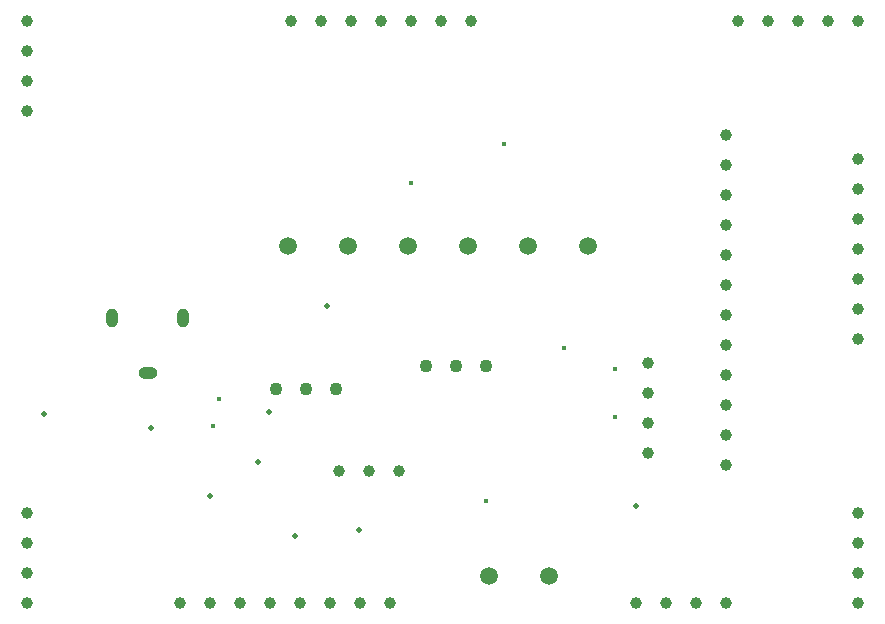
<source format=gbr>
%TF.GenerationSoftware,KiCad,Pcbnew,(6.0.0)*%
%TF.CreationDate,2022-06-14T20:33:14+03:00*%
%TF.ProjectId,breadboard_power_supply,62726561-6462-46f6-9172-645f706f7765,rev?*%
%TF.SameCoordinates,Original*%
%TF.FileFunction,Plated,1,2,PTH,Mixed*%
%TF.FilePolarity,Positive*%
%FSLAX46Y46*%
G04 Gerber Fmt 4.6, Leading zero omitted, Abs format (unit mm)*
G04 Created by KiCad (PCBNEW (6.0.0)) date 2022-06-14 20:33:14*
%MOMM*%
%LPD*%
G01*
G04 APERTURE LIST*
%TA.AperFunction,ViaDrill*%
%ADD10C,0.400000*%
%TD*%
%TA.AperFunction,ViaDrill*%
%ADD11C,0.500000*%
%TD*%
%TA.AperFunction,ComponentDrill*%
%ADD12C,1.000000*%
%TD*%
G04 aperture for slot hole*
%TA.AperFunction,ComponentDrill*%
%ADD13O,1.000000X1.600000*%
%TD*%
G04 aperture for slot hole*
%TA.AperFunction,ComponentDrill*%
%ADD14O,1.600000X1.000000*%
%TD*%
%TA.AperFunction,ComponentDrill*%
%ADD15C,1.100000*%
%TD*%
%TA.AperFunction,ComponentDrill*%
%ADD16C,1.520000*%
%TD*%
G04 APERTURE END LIST*
D10*
X47345600Y-104749600D03*
X47853600Y-102463600D03*
X64109600Y-84175600D03*
X70459600Y-111099600D03*
X71983600Y-80873600D03*
X77063600Y-98145600D03*
X81355089Y-99897089D03*
X81381600Y-103987600D03*
D11*
X33070800Y-103733600D03*
X42096565Y-104936165D03*
X47091600Y-110693200D03*
X51155600Y-107797600D03*
X52075795Y-103585174D03*
X54305200Y-114096800D03*
X56997600Y-94589600D03*
X59690000Y-113538000D03*
X83159600Y-111506000D03*
D12*
%TO.C,J14*%
X31597600Y-70459600D03*
X31597600Y-72999600D03*
X31597600Y-75539600D03*
X31597600Y-78079600D03*
%TO.C,J10*%
X31622600Y-112125600D03*
X31622600Y-114665600D03*
X31622600Y-117205600D03*
X31622600Y-119745600D03*
D13*
%TO.C,J1*%
X38805600Y-95605600D03*
D14*
X41805600Y-100305600D03*
D12*
%TO.C,J3*%
X44536600Y-119760600D03*
D13*
%TO.C,J1*%
X44805600Y-95605600D03*
D12*
%TO.C,J3*%
X47076600Y-119760600D03*
X49616600Y-119760600D03*
X52156600Y-119760600D03*
%TO.C,J9*%
X53949600Y-70434600D03*
%TO.C,J3*%
X54696600Y-119760600D03*
%TO.C,J9*%
X56489600Y-70434600D03*
%TO.C,J3*%
X57236600Y-119760600D03*
%TO.C,J6*%
X58028600Y-108559600D03*
%TO.C,J9*%
X59029600Y-70434600D03*
%TO.C,J3*%
X59776600Y-119760600D03*
%TO.C,J6*%
X60568600Y-108559600D03*
%TO.C,J9*%
X61569600Y-70434600D03*
%TO.C,J3*%
X62316600Y-119760600D03*
%TO.C,J6*%
X63108600Y-108559600D03*
%TO.C,J9*%
X64109600Y-70434600D03*
X66649600Y-70434600D03*
X69189600Y-70434600D03*
%TO.C,J5*%
X83169600Y-119710600D03*
%TO.C,J13*%
X84175600Y-99425600D03*
X84175600Y-101965600D03*
X84175600Y-104505600D03*
X84175600Y-107045600D03*
%TO.C,J5*%
X85709600Y-119710600D03*
X88249600Y-119710600D03*
%TO.C,J11*%
X90779600Y-80106600D03*
X90779600Y-82646600D03*
X90779600Y-85186600D03*
X90779600Y-87726600D03*
X90779600Y-90266600D03*
X90779600Y-92806600D03*
X90779600Y-95346600D03*
X90779600Y-97886600D03*
X90779600Y-100426600D03*
X90779600Y-102966600D03*
X90779600Y-105506600D03*
X90779600Y-108046600D03*
%TO.C,J5*%
X90789600Y-119710600D03*
%TO.C,J8*%
X91825600Y-70434600D03*
X94365600Y-70434600D03*
X96905600Y-70434600D03*
X99445600Y-70434600D03*
%TO.C,J12*%
X101930600Y-112115600D03*
X101930600Y-114655600D03*
X101930600Y-117195600D03*
X101930600Y-119735600D03*
%TO.C,J2*%
X101980600Y-82143600D03*
X101980600Y-84683600D03*
X101980600Y-87223600D03*
X101980600Y-89763600D03*
X101980600Y-92303600D03*
X101980600Y-94843600D03*
X101980600Y-97383600D03*
%TO.C,J8*%
X101985600Y-70434600D03*
D15*
%TO.C,U2*%
X52679600Y-101630600D03*
X55219600Y-101630600D03*
X57759600Y-101630600D03*
%TO.C,U1*%
X65379600Y-99669600D03*
X67919600Y-99669600D03*
X70459600Y-99669600D03*
D16*
%TO.C,J4*%
X53695600Y-89509600D03*
X58775600Y-89509600D03*
X63855600Y-89509600D03*
X68935600Y-89509600D03*
%TO.C,J7*%
X70713600Y-117449600D03*
%TO.C,J4*%
X74015600Y-89509600D03*
%TO.C,J7*%
X75793600Y-117449600D03*
%TO.C,J4*%
X79095600Y-89509600D03*
M02*

</source>
